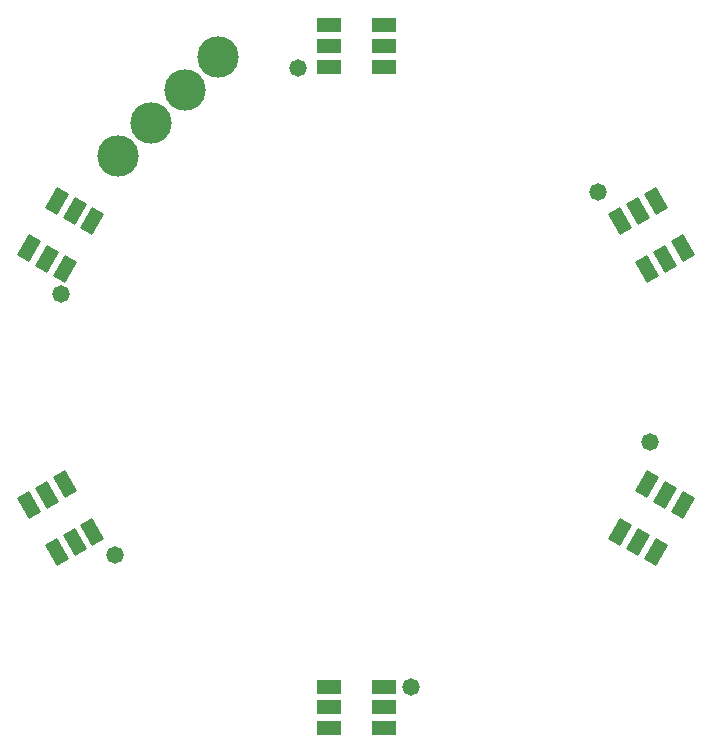
<source format=gts>
G04*
G04 #@! TF.GenerationSoftware,Altium Limited,CircuitMaker,2.3.0 (2.3.0.3)*
G04*
G04 Layer_Color=20142*
%FSLAX25Y25*%
%MOIN*%
G70*
G04*
G04 #@! TF.SameCoordinates,F5C641B9-28B3-4D49-9DD8-C7E1E1099596*
G04*
G04*
G04 #@! TF.FilePolarity,Negative*
G04*
G01*
G75*
G04:AMPARAMS|DCode=15|XSize=47.37mil|YSize=80.83mil|CornerRadius=0mil|HoleSize=0mil|Usage=FLASHONLY|Rotation=330.000|XOffset=0mil|YOffset=0mil|HoleType=Round|Shape=Rectangle|*
%AMROTATEDRECTD15*
4,1,4,-0.04072,-0.02316,-0.00030,0.04684,0.04072,0.02316,0.00030,-0.04684,-0.04072,-0.02316,0.0*
%
%ADD15ROTATEDRECTD15*%

G04:AMPARAMS|DCode=16|XSize=47.37mil|YSize=80.83mil|CornerRadius=0mil|HoleSize=0mil|Usage=FLASHONLY|Rotation=30.000|XOffset=0mil|YOffset=0mil|HoleType=Round|Shape=Rectangle|*
%AMROTATEDRECTD16*
4,1,4,-0.00030,-0.04684,-0.04072,0.02316,0.00030,0.04684,0.04072,-0.02316,-0.00030,-0.04684,0.0*
%
%ADD16ROTATEDRECTD16*%

%ADD17R,0.08083X0.04737*%
%ADD18C,0.13792*%
%ADD19C,0.05800*%
D15*
X-108969Y42762D02*
D03*
X-103002Y39317D02*
D03*
X-97035Y35872D02*
D03*
X-99815Y58616D02*
D03*
X-93848Y55171D02*
D03*
X-87882Y51726D02*
D03*
X108969Y-42762D02*
D03*
X103002Y-39317D02*
D03*
X97035Y-35872D02*
D03*
X99815Y-58616D02*
D03*
X93848Y-55171D02*
D03*
X87882Y-51726D02*
D03*
D16*
X-99815Y-58616D02*
D03*
X-93848Y-55171D02*
D03*
X-87882Y-51726D02*
D03*
X-108969Y-42762D02*
D03*
X-103002Y-39317D02*
D03*
X-97035Y-35872D02*
D03*
X99815Y58616D02*
D03*
X93848Y55171D02*
D03*
X87882Y51726D02*
D03*
X108969Y42762D02*
D03*
X103002Y39317D02*
D03*
X97035Y35872D02*
D03*
D17*
X9154Y-117126D02*
D03*
Y-110236D02*
D03*
Y-103346D02*
D03*
X-9154Y-117126D02*
D03*
Y-110236D02*
D03*
Y-103346D02*
D03*
Y117126D02*
D03*
Y110236D02*
D03*
Y103346D02*
D03*
X9154Y117126D02*
D03*
Y110236D02*
D03*
Y103346D02*
D03*
D18*
X-79233Y73424D02*
D03*
X-68209Y84448D02*
D03*
X-57185Y95472D02*
D03*
X-46161Y106497D02*
D03*
D19*
X-98524Y27362D02*
D03*
X-80216Y-59469D02*
D03*
X80706Y61372D02*
D03*
X18403Y-103392D02*
D03*
X97835Y-21850D02*
D03*
X-19390Y103010D02*
D03*
M02*

</source>
